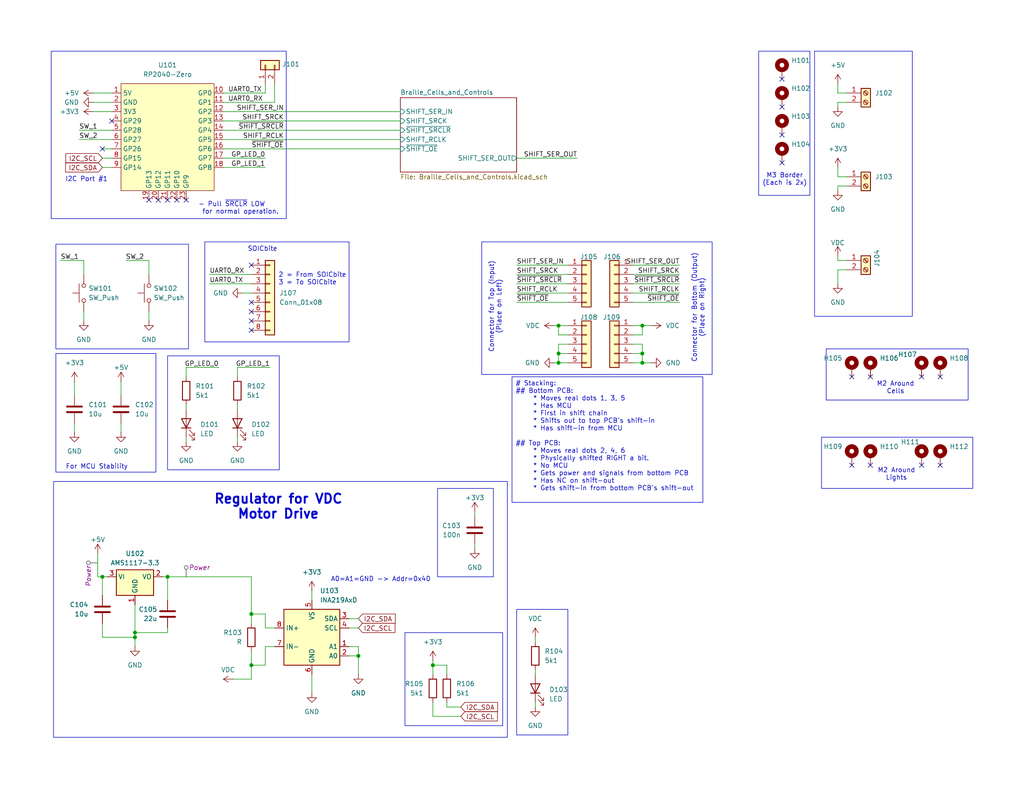
<source format=kicad_sch>
(kicad_sch (version 20250114) (generator "eeschema") (generator_version "9.0")
  (paper "USLetter")
  (title_block (date "2025-02-08") (rev "Type 5 Rev 3"))
  (lib_symbols
    (symbol "00-project-symbols:RP2040-Zero"
      (property "Reference" "U1" (at 0 12.7 0))
      (property "Value" "RP2040-Zero" (at 0 10.16 0))
      (symbol "RP2040-Zero_0_1"
        (rectangle (start -12.7 7.62) (end 12.7 -21.59) (fill (type background)))
      )
      (symbol "RP2040-Zero_1_1"
        (pin power_in line (at -15.24 5.08 0) (length 2.54) (name "5V") (number "1"))
        (pin power_in line (at -15.24 2.54 0) (length 2.54) (name "GND") (number "2"))
        (pin power_in line (at -15.24 0 0) (length 2.54) (name "3V3") (number "3"))
        (pin bidirectional line (at -15.24 -2.54 0) (length 2.54) (name "GP29") (number "4"))
        (pin bidirectional line (at -15.24 -5.08 0) (length 2.54) (name "GP28") (number "5"))
        (pin bidirectional line (at -15.24 -7.62 0) (length 2.54) (name "GP27") (number "6"))
        (pin bidirectional line (at -15.24 -10.16 0) (length 2.54) (name "GP26") (number "7"))
        (pin bidirectional line (at -15.24 -12.7 0) (length 2.54) (name "GP15") (number "8"))
        (pin bidirectional line (at -15.24 -15.24 0) (length 2.54) (name "GP14") (number "9"))
        (pin bidirectional line (at -5.08 -24.13 90) (length 2.54) (name "GP13") (number "19"))
        (pin bidirectional line (at -2.54 -24.13 90) (length 2.54) (name "GP12") (number "20"))
        (pin bidirectional line (at 0 -24.13 90) (length 2.54) (name "GP11") (number "21"))
        (pin bidirectional line (at 2.54 -24.13 90) (length 2.54) (name "GP10") (number "22"))
        (pin bidirectional line (at 5.08 -24.13 90) (length 2.54) (name "GP9") (number "23"))
        (pin bidirectional line (at 15.24 5.08 180) (length 2.54) (name "GP0") (number "10"))
        (pin bidirectional line (at 15.24 2.54 180) (length 2.54) (name "GP1") (number "11"))
        (pin bidirectional line (at 15.24 0 180) (length 2.54) (name "GP2") (number "12"))
        (pin bidirectional line (at 15.24 -2.54 180) (length 2.54) (name "GP3") (number "13"))
        (pin bidirectional line (at 15.24 -5.08 180) (length 2.54) (name "GP4") (number "14"))
        (pin bidirectional line (at 15.24 -7.62 180) (length 2.54) (name "GP5") (number "15"))
        (pin bidirectional line (at 15.24 -10.16 180) (length 2.54) (name "GP6") (number "16"))
        (pin bidirectional line (at 15.24 -12.7 180) (length 2.54) (name "GP7") (number "17"))
        (pin bidirectional line (at 15.24 -15.24 180) (length 2.54) (name "GP8") (number "18"))
      )
    )
    (symbol "Connector:Screw_Terminal_01x02" (pin_names (offset 1.016) (hide yes))
      (property "Reference" "J" (at 0 2.54 0))
      (property "Value" "Screw_Terminal_01x02" (at 0 -5.08 0))
      (symbol "Screw_Terminal_01x02_1_1"
        (rectangle (start -1.27 1.27) (end 1.27 -3.81) (stroke (width 0.254)) (fill (type background)))
        (polyline (pts (xy -0.5334 0.3302) (xy 0.3302 -0.508)) (stroke (width 0.1524)))
        (polyline (pts (xy -0.5334 -2.2098) (xy 0.3302 -3.048)) (stroke (width 0.1524)))
        (polyline (pts (xy -0.3556 0.508) (xy 0.508 -0.3302)) (stroke (width 0.1524)))
        (polyline (pts (xy -0.3556 -2.032) (xy 0.508 -2.8702)) (stroke (width 0.1524)))
        (circle (center 0 0) (radius 0.635) (stroke (width 0.1524)))
        (circle (center 0 -2.54) (radius 0.635) (stroke (width 0.1524)))
        (pin passive line (at -5.08 0 0) (length 3.81) (name "Pin_1") (number "1"))
        (pin passive line (at -5.08 -2.54 0) (length 3.81) (name "Pin_2") (number "2"))
      )
    )
    (symbol "Connector_Generic:Conn_01x02" (pin_names (offset 1.016) (hide yes))
      (property "Reference" "J" (at 0 2.54 0))
      (property "Value" "Conn_01x02" (at 0 -5.08 0))
      (symbol "Conn_01x02_1_1"
        (rectangle (start -1.27 1.27) (end 1.27 -3.81) (stroke (width 0.254)) (fill (type background)))
        (rectangle (start -1.27 0.127) (end 0 -0.127) (stroke (width 0.1524)))
        (rectangle (start -1.27 -2.413) (end 0 -2.667) (stroke (width 0.1524)))
        (pin passive line (at -5.08 0 0) (length 3.81) (name "Pin_1") (number "1"))
        (pin passive line (at -5.08 -2.54 0) (length 3.81) (name "Pin_2") (number "2"))
      )
    )
    (symbol "Connector_Generic:Conn_01x05" (pin_names (offset 1.016) (hide yes))
      (property "Reference" "J" (at 0 7.62 0))
      (property "Value" "Conn_01x05" (at 0 -7.62 0))
      (symbol "Conn_01x05_1_1"
        (rectangle (start -1.27 6.35) (end 1.27 -6.35) (stroke (width 0.254)) (fill (type background)))
        (rectangle (start -1.27 5.207) (end 0 4.953) (stroke (width 0.1524)))
        (rectangle (start -1.27 2.667) (end 0 2.413) (stroke (width 0.1524)))
        (rectangle (start -1.27 0.127) (end 0 -0.127) (stroke (width 0.1524)))
        (rectangle (start -1.27 -2.413) (end 0 -2.667) (stroke (width 0.1524)))
        (rectangle (start -1.27 -4.953) (end 0 -5.207) (stroke (width 0.1524)))
        (pin passive line (at -5.08 5.08 0) (length 3.81) (name "Pin_1") (number "1"))
        (pin passive line (at -5.08 2.54 0) (length 3.81) (name "Pin_2") (number "2"))
        (pin passive line (at -5.08 0 0) (length 3.81) (name "Pin_3") (number "3"))
        (pin passive line (at -5.08 -2.54 0) (length 3.81) (name "Pin_4") (number "4"))
        (pin passive line (at -5.08 -5.08 0) (length 3.81) (name "Pin_5") (number "5"))
      )
    )
    (symbol "Connector_Generic:Conn_01x08" (pin_names (offset 1.016) (hide yes))
      (property "Reference" "J" (at 0 10.16 0))
      (property "Value" "Conn_01x08" (at 0 -12.7 0))
      (symbol "Conn_01x08_1_1"
        (rectangle (start -1.27 8.89) (end 1.27 -11.43) (stroke (width 0.254)) (fill (type background)))
        (rectangle (start -1.27 7.747) (end 0 7.493) (stroke (width 0.1524)))
        (rectangle (start -1.27 5.207) (end 0 4.953) (stroke (width 0.1524)))
        (rectangle (start -1.27 2.667) (end 0 2.413) (stroke (width 0.1524)))
        (rectangle (start -1.27 0.127) (end 0 -0.127) (stroke (width 0.1524)))
        (rectangle (start -1.27 -2.413) (end 0 -2.667) (stroke (width 0.1524)))
        (rectangle (start -1.27 -4.953) (end 0 -5.207) (stroke (width 0.1524)))
        (rectangle (start -1.27 -7.493) (end 0 -7.747) (stroke (width 0.1524)))
        (rectangle (start -1.27 -10.033) (end 0 -10.287) (stroke (width 0.1524)))
        (pin passive line (at -5.08 7.62 0) (length 3.81) (name "Pin_1") (number "1"))
        (pin passive line (at -5.08 5.08 0) (length 3.81) (name "Pin_2") (number "2"))
        (pin passive line (at -5.08 2.54 0) (length 3.81) (name "Pin_3") (number "3"))
        (pin passive line (at -5.08 0 0) (length 3.81) (name "Pin_4") (number "4"))
        (pin passive line (at -5.08 -2.54 0) (length 3.81) (name "Pin_5") (number "5"))
        (pin passive line (at -5.08 -5.08 0) (length 3.81) (name "Pin_6") (number "6"))
        (pin passive line (at -5.08 -7.62 0) (length 3.81) (name "Pin_7") (number "7"))
        (pin passive line (at -5.08 -10.16 0) (length 3.81) (name "Pin_8") (number "8"))
      )
    )
    (symbol "Device:C" (pin_numbers (hide yes)) (pin_names (offset 0.254))
      (property "Reference" "C" (at 0.635 2.54 0))
      (property "Value" "C" (at 0.635 -2.54 0))
      (symbol "C_0_1"
        (polyline (pts (xy -2.032 0.762) (xy 2.032 0.762)) (stroke (width 0.508)))
        (polyline (pts (xy -2.032 -0.762) (xy 2.032 -0.762)) (stroke (width 0.508)))
      )
      (symbol "C_1_1"
        (pin passive line (at 0 3.81 270) (length 2.794) (name "~") (number "1"))
        (pin passive line (at 0 -3.81 90) (length 2.794) (name "~") (number "2"))
      )
    )
    (symbol "Device:LED" (pin_numbers (hide yes)) (pin_names (offset 1.016) (hide yes))
      (property "Reference" "D" (at 0 2.54 0))
      (property "Value" "LED" (at 0 -2.54 0))
      (symbol "LED_0_1"
        (polyline (pts (xy -3.048 -0.762) (xy -4.572 -2.286) (xy -3.81 -2.286) (xy -4.572 -2.286) (xy -4.572 -1.524)))
        (polyline (pts (xy -1.778 -0.762) (xy -3.302 -2.286) (xy -2.54 -2.286) (xy -3.302 -2.286) (xy -3.302 -1.524)))
        (polyline (pts (xy -1.27 0) (xy 1.27 0)))
        (polyline (pts (xy -1.27 -1.27) (xy -1.27 1.27)) (stroke (width 0.254)))
        (polyline (pts (xy 1.27 -1.27) (xy 1.27 1.27) (xy -1.27 0) (xy 1.27 -1.27)) (stroke (width 0.254)))
      )
      (symbol "LED_1_1"
        (pin passive line (at -3.81 0 0) (length 2.54) (name "K") (number "1"))
        (pin passive line (at 3.81 0 180) (length 2.54) (name "A") (number "2"))
      )
    )
    (symbol "Device:R" (pin_numbers (hide yes)) (pin_names (offset 0))
      (property "Reference" "R" (at 2.032 0 90))
      (property "Value" "R" (at 0 0 90))
      (symbol "R_0_1"
        (rectangle (start -1.016 -2.54) (end 1.016 2.54) (stroke (width 0.254)))
      )
      (symbol "R_1_1"
        (pin passive line (at 0 3.81 270) (length 1.27) (name "~") (number "1"))
        (pin passive line (at 0 -3.81 90) (length 1.27) (name "~") (number "2"))
      )
    )
    (symbol "Mechanical:MountingHole_Pad" (pin_numbers (hide yes)) (pin_names (offset 1.016) (hide yes)) (exclude_from_sim yes) (in_bom no)
      (property "Reference" "H" (at 0 6.35 0))
      (property "Value" "MountingHole_Pad" (at 0 4.445 0))
      (symbol "MountingHole_Pad_0_1"
        (circle (center 0 1.27) (radius 1.27) (stroke (width 1.27)))
      )
      (symbol "MountingHole_Pad_1_1"
        (pin input line (at 0 -2.54 90) (length 2.54) (name "1") (number "1"))
      )
    )
    (symbol "Regulator_Linear:AMS1117-3.3"
      (property "Reference" "U" (at -3.81 3.175 0))
      (property "Value" "AMS1117-3.3" (at 0 3.175 0))
      (symbol "AMS1117-3.3_0_1"
        (rectangle (start -5.08 -5.08) (end 5.08 1.905) (stroke (width 0.254)) (fill (type background)))
      )
      (symbol "AMS1117-3.3_1_1"
        (pin power_in line (at -7.62 0 0) (length 2.54) (name "VI") (number "3"))
        (pin power_in line (at 0 -7.62 90) (length 2.54) (name "GND") (number "1"))
        (pin power_out line (at 7.62 0 180) (length 2.54) (name "VO") (number "2"))
      )
    )
    (symbol "Sensor_Energy:INA219AxD"
      (property "Reference" "U" (at -6.35 8.89 0))
      (property "Value" "INA219AxD" (at 5.08 8.89 0))
      (symbol "INA219AxD_0_1"
        (rectangle (start -7.62 7.62) (end 7.62 -7.62) (stroke (width 0.254)) (fill (type background)))
      )
      (symbol "INA219AxD_1_1"
        (pin input line (at -10.16 2.54 0) (length 2.54) (name "IN+") (number "8"))
        (pin input line (at -10.16 -2.54 0) (length 2.54) (name "IN-") (number "7"))
        (pin power_in line (at 0 10.16 270) (length 2.54) (name "VS") (number "5"))
        (pin power_in line (at 0 -10.16 90) (length 2.54) (name "GND") (number "6"))
        (pin bidirectional line (at 10.16 5.08 180) (length 2.54) (name "SDA") (number "3"))
        (pin input line (at 10.16 2.54 180) (length 2.54) (name "SCL") (number "4"))
        (pin input line (at 10.16 -2.54 180) (length 2.54) (name "A1") (number "1"))
        (pin input line (at 10.16 -5.08 180) (length 2.54) (name "A0") (number "2"))
      )
    )
    (symbol "Switch:SW_Push" (pin_numbers (hide yes)) (pin_names (offset 1.016) (hide yes))
      (property "Reference" "SW" (at 1.27 2.54 0))
      (property "Value" "SW_Push" (at 0 -1.524 0))
      (symbol "SW_Push_0_1"
        (circle (center -2.032 0) (radius 0.508))
        (polyline (pts (xy 0 1.27) (xy 0 3.048)))
        (circle (center 2.032 0) (radius 0.508))
        (polyline (pts (xy 2.54 1.27) (xy -2.54 1.27)))
        (pin passive line (at -5.08 0 0) (length 2.54) (name "1") (number "1"))
        (pin passive line (at 5.08 0 180) (length 2.54) (name "2") (number "2"))
      )
    )
    (symbol "power:+3V3" (power) (pin_numbers (hide yes)) (pin_names (offset 0) (hide yes))
      (property "Value" "+3V3" (at 0 3.556 0))
      (symbol "+3V3_0_1"
        (polyline (pts (xy -0.762 1.27) (xy 0 2.54)))
        (polyline (pts (xy 0 2.54) (xy 0.762 1.27)))
        (polyline (pts (xy 0 0) (xy 0 2.54)))
      )
      (symbol "+3V3_1_1"
        (pin power_in line (at 0 0 90) (length 0) (name "~") (number "1"))
      )
    )
    (symbol "power:+5V" (power) (pin_numbers (hide yes)) (pin_names (offset 0) (hide yes))
      (property "Value" "+5V" (at 0 3.556 0))
      (symbol "+5V_0_1"
        (polyline (pts (xy -0.762 1.27) (xy 0 2.54)))
        (polyline (pts (xy 0 2.54) (xy 0.762 1.27)))
        (polyline (pts (xy 0 0) (xy 0 2.54)))
      )
      (symbol "+5V_1_1"
        (pin power_in line (at 0 0 90) (length 0) (name "~") (number "1"))
      )
    )
    (symbol "power:GND" (power) (pin_numbers (hide yes)) (pin_names (offset 0) (hide yes))
      (property "Value" "GND" (at 0 -3.81 0))
      (symbol "GND_0_1"
        (polyline (pts (xy 0 0) (xy 0 -1.27) (xy 1.27 -1.27) (xy 0 -2.54) (xy -1.27 -1.27) (xy 0 -1.27)))
      )
      (symbol "GND_1_1"
        (pin power_in line (at 0 0 270) (length 0) (name "~") (number "1"))
      )
    )
    (symbol "power:VDC" (power) (pin_numbers (hide yes)) (pin_names (offset 0) (hide yes))
      (property "Value" "VDC" (at 0 3.556 0))
      (symbol "VDC_0_1"
        (polyline (pts (xy -0.762 1.27) (xy 0 2.54)))
        (polyline (pts (xy 0 2.54) (xy 0.762 1.27)))
        (polyline (pts (xy 0 0) (xy 0 2.54)))
      )
      (symbol "VDC_1_1"
        (pin power_in line (at 0 0 90) (length 0) (name "~") (number "1"))
      )
    )
  )
  (rectangle (start 55.88 66.04) (end 95.25 93.345))
  (rectangle (start 110.49 172.72) (end 137.16 198.12))
  (rectangle (start 225.425 95.25) (end 264.16 109.22))
  (rectangle (start 140.97 166.37) (end 154.94 200.66))
  (rectangle (start 222.25 13.97) (end 248.92 86.36))
  (rectangle (start 15.24 96.52) (end 42.545 128.905))
  (rectangle (start 14.605 131.445) (end 138.43 201.295))
  (rectangle (start 207.01 13.97) (end 220.98 53.34))
  (rectangle (start 119.38 133.35) (end 134.62 157.48))
  (rectangle (start 13.97 13.97) (end 78.105 59.69))
  (rectangle (start 15.24 66.675) (end 51.435 95.25))
  (rectangle (start 224.155 119.38) (end 265.43 133.35))
  (rectangle (start 45.72 97.155) (end 76.2 128.27))
  (rectangle (start 131.445 66.04) (end 194.31 102.235))
  (text "SOICbite" (at 71.628 68.072 0) (effects (font (size 1.27 1.27))))
  (text "2 = From SOICbite\n3 = To SOICbite" (at 75.946 76.2 0) (effects (font (size 1.27 1.27)) (justify left)))
  (text "M2 Around\nCells" (at 244.348 105.918 0) (effects (font (size 1.27 1.27))))
  (text "For MCU Stability" (at 26.416 127.508 0) (effects (font (size 1.27 1.27))))
  (text "A0=A1=GND -> Addr=0x40" (at 103.886 158.242 0) (effects (font (size 1.27 1.27))))
  (text "I2C Port #1" (at 23.622 49.022 0) (effects (font (size 1.27 1.27))))
  (text "- Pull ~{SRCLR} LOW\n	for normal operation." (at 63.246 56.896 0) (effects (font (size 1.27 1.27))))
  (text "M3 Border\n(Each is 2x)" (at 214.122 49.022 0) (effects (font (size 1.27 1.27))))
  (text "M2 Around\nLights" (at 244.602 129.54 0) (effects (font (size 1.27 1.27))))
  (text "Connector for Top (Input)\n(Place on Left)" (at 135.128 83.82 90) (effects (font (size 1.27 1.27))))
  (text "Connector for Bottom (Output)\n(Place on Right)" (at 190.5 84.074 90) (effects (font (size 1.27 1.27))))
  (text "Regulator for VDC\nMotor Drive" (at 75.946 138.43 0) (effects (font (size 2.54 2.54) (thickness 0.508) (bold yes))))
  (text_box "# Stacking:\n## Bottom PCB:\n	* Moves real dots 1, 3, 5\n	* Has MCU\n	* First in shift chain\n	* Shifts out to top PCB's shift-in\n	* Has shift-in from MCU\n\n## Top PCB:\n	* Moves real dots 2, 4, 6\n	* Physically shifted RIGHT a bit.\n	* No MCU\n	* Gets power and signals from bottom PCB\n	* Has NC on shift-out\n	* Gets shift-in from bottom PCB's shift-out" (at 139.7 102.87 0) (size 52.07 34.29) (margins 0.9525 0.9525 0.9525 0.9525) (effects (font (size 1.27 1.27)) (justify left top)))
  (junction (at 68.58 167.64))
  (junction (at 36.83 173.99))
  (junction (at 36.83 172.72))
  (junction (at 175.26 88.9))
  (junction (at 175.26 96.52))
  (junction (at 175.26 99.06))
  (junction (at 68.58 181.61))
  (junction (at 152.4 88.9))
  (junction (at 97.79 179.07))
  (junction (at 27.94 157.48))
  (junction (at 118.11 181.61))
  (junction (at 152.4 99.06))
  (junction (at 152.4 96.52))
  (junction (at 45.72 157.48))
  (no_connect (at 213.36 29.21))
  (no_connect (at 213.36 21.59))
  (no_connect (at 68.58 82.55))
  (no_connect (at 48.26 54.61))
  (no_connect (at 68.58 72.39))
  (no_connect (at 43.18 54.61))
  (no_connect (at 237.49 102.87))
  (no_connect (at 45.72 54.61))
  (no_connect (at 256.54 102.87))
  (no_connect (at 256.54 127))
  (no_connect (at 30.48 33.02))
  (no_connect (at 68.58 90.17))
  (no_connect (at 213.36 36.83))
  (no_connect (at 50.8 54.61))
  (no_connect (at 232.41 102.87))
  (no_connect (at 213.36 44.45))
  (no_connect (at 68.58 87.63))
  (no_connect (at 232.41 127))
  (no_connect (at 251.46 102.87))
  (no_connect (at 251.46 127))
  (no_connect (at 237.49 127))
  (no_connect (at 27.94 40.64))
  (no_connect (at 40.64 54.61))
  (no_connect (at 68.58 85.09))
  (wire (pts (xy 185.42 80.01) (xy 172.72 80.01)))
  (wire (pts (xy 57.15 77.47) (xy 68.58 77.47)))
  (wire (pts (xy 129.54 148.59) (xy 129.54 149.86)))
  (wire (pts (xy 95.25 168.91) (xy 97.79 168.91)))
  (wire (pts (xy 73.66 100.33) (xy 64.77 100.33)))
  (wire (pts (xy 228.6 48.26) (xy 231.14 48.26)))
  (wire (pts (xy 72.39 171.45) (xy 74.93 171.45)))
  (wire (pts (xy 129.54 139.7) (xy 129.54 140.97)))
  (wire (pts (xy 228.6 45.72) (xy 228.6 48.26)))
  (wire (pts (xy 27.94 170.18) (xy 27.94 173.99)))
  (wire (pts (xy 27.94 173.99) (xy 36.83 173.99)))
  (wire (pts (xy 172.72 99.06) (xy 175.26 99.06)))
  (wire (pts (xy 140.97 80.01) (xy 154.94 80.01)))
  (wire (pts (xy 63.5 185.42) (xy 68.58 185.42)))
  (wire (pts (xy 60.96 35.56) (xy 109.22 35.56)))
  (wire (pts (xy 64.77 119.38) (xy 64.77 120.65)))
  (wire (pts (xy 60.96 38.1) (xy 109.22 38.1)))
  (wire (pts (xy 228.6 25.4) (xy 231.14 25.4)))
  (wire (pts (xy 36.83 172.72) (xy 45.72 172.72)))
  (wire (pts (xy 74.93 27.94) (xy 74.93 22.86)))
  (wire (pts (xy 72.39 181.61) (xy 68.58 181.61)))
  (wire (pts (xy 85.09 184.15) (xy 85.09 189.23)))
  (wire (pts (xy 72.39 176.53) (xy 72.39 181.61)))
  (wire (pts (xy 22.86 87.63) (xy 22.86 85.09)))
  (wire (pts (xy 228.6 77.47) (xy 228.6 73.66)))
  (wire (pts (xy 20.32 104.14) (xy 20.32 107.95)))
  (wire (pts (xy 64.77 100.33) (xy 64.77 102.87)))
  (wire (pts (xy 60.96 43.18) (xy 72.39 43.18)))
  (wire (pts (xy 97.79 179.07) (xy 97.79 184.15)))
  (wire (pts (xy 36.83 173.99) (xy 36.83 176.53)))
  (wire (pts (xy 97.79 176.53) (xy 97.79 179.07)))
  (wire (pts (xy 22.86 71.12) (xy 22.86 74.93)))
  (wire (pts (xy 95.25 171.45) (xy 97.79 171.45)))
  (wire (pts (xy 172.72 96.52) (xy 175.26 96.52)))
  (wire (pts (xy 118.11 181.61) (xy 118.11 184.15)))
  (wire (pts (xy 121.92 181.61) (xy 121.92 184.15)))
  (wire (pts (xy 45.72 157.48) (xy 68.58 157.48)))
  (wire (pts (xy 68.58 170.18) (xy 68.58 167.64)))
  (wire (pts (xy 60.96 45.72) (xy 72.39 45.72)))
  (wire (pts (xy 118.11 181.61) (xy 121.92 181.61)))
  (wire (pts (xy 172.72 88.9) (xy 175.26 88.9)))
  (wire (pts (xy 185.42 74.93) (xy 172.72 74.93)))
  (wire (pts (xy 140.97 82.55) (xy 154.94 82.55)))
  (wire (pts (xy 64.77 111.76) (xy 64.77 110.49)))
  (wire (pts (xy 146.05 191.77) (xy 146.05 193.04)))
  (wire (pts (xy 21.59 38.1) (xy 30.48 38.1)))
  (wire (pts (xy 175.26 88.9) (xy 177.8 88.9)))
  (wire (pts (xy 228.6 22.86) (xy 228.6 25.4)))
  (wire (pts (xy 59.69 100.33) (xy 50.8 100.33)))
  (wire (pts (xy 68.58 185.42) (xy 68.58 181.61)))
  (wire (pts (xy 36.83 165.1) (xy 36.83 172.72)))
  (wire (pts (xy 74.93 176.53) (xy 72.39 176.53)))
  (wire (pts (xy 60.96 40.64) (xy 109.22 40.64)))
  (wire (pts (xy 95.25 179.07) (xy 97.79 179.07)))
  (wire (pts (xy 140.97 77.47) (xy 154.94 77.47)))
  (wire (pts (xy 172.72 91.44) (xy 175.26 91.44)))
  (wire (pts (xy 152.4 99.06) (xy 154.94 99.06)))
  (wire (pts (xy 118.11 181.61) (xy 118.11 180.34)))
  (wire (pts (xy 152.4 88.9) (xy 154.94 88.9)))
  (wire (pts (xy 25.4 27.94) (xy 30.48 27.94)))
  (wire (pts (xy 50.8 119.38) (xy 50.8 120.65)))
  (wire (pts (xy 26.67 157.48) (xy 27.94 157.48)))
  (wire (pts (xy 68.58 167.64) (xy 72.39 167.64)))
  (wire (pts (xy 27.94 157.48) (xy 27.94 162.56)))
  (wire (pts (xy 152.4 88.9) (xy 151.13 88.9)))
  (wire (pts (xy 68.58 181.61) (xy 68.58 177.8)))
  (wire (pts (xy 95.25 176.53) (xy 97.79 176.53)))
  (wire (pts (xy 172.72 93.98) (xy 175.26 93.98)))
  (wire (pts (xy 175.26 91.44) (xy 175.26 88.9)))
  (wire (pts (xy 177.8 99.06) (xy 175.26 99.06)))
  (wire (pts (xy 21.59 35.56) (xy 30.48 35.56)))
  (wire (pts (xy 72.39 167.64) (xy 72.39 171.45)))
  (wire (pts (xy 66.04 80.01) (xy 68.58 80.01)))
  (wire (pts (xy 146.05 175.26) (xy 146.05 173.99)))
  (wire (pts (xy 85.09 161.29) (xy 85.09 163.83)))
  (wire (pts (xy 60.96 27.94) (xy 74.93 27.94)))
  (wire (pts (xy 60.96 25.4) (xy 72.39 25.4)))
  (wire (pts (xy 228.6 50.8) (xy 231.14 50.8)))
  (wire (pts (xy 72.39 25.4) (xy 72.39 22.86)))
  (wire (pts (xy 27.94 45.72) (xy 30.48 45.72)))
  (wire (pts (xy 228.6 52.07) (xy 228.6 50.8)))
  (wire (pts (xy 140.97 74.93) (xy 154.94 74.93)))
  (wire (pts (xy 121.92 191.77) (xy 121.92 193.04)))
  (wire (pts (xy 44.45 157.48) (xy 45.72 157.48)))
  (wire (pts (xy 185.42 72.39) (xy 172.72 72.39)))
  (wire (pts (xy 33.02 115.57) (xy 33.02 118.11)))
  (wire (pts (xy 34.29 71.12) (xy 40.64 71.12)))
  (wire (pts (xy 27.94 43.18) (xy 30.48 43.18)))
  (wire (pts (xy 152.4 91.44) (xy 152.4 88.9)))
  (wire (pts (xy 60.96 33.02) (xy 109.22 33.02)))
  (wire (pts (xy 40.64 87.63) (xy 40.64 85.09)))
  (wire (pts (xy 140.97 72.39) (xy 154.94 72.39)))
  (wire (pts (xy 40.64 71.12) (xy 40.64 74.93)))
  (wire (pts (xy 36.83 172.72) (xy 36.83 173.99)))
  (wire (pts (xy 152.4 96.52) (xy 154.94 96.52)))
  (wire (pts (xy 45.72 171.45) (xy 45.72 172.72)))
  (wire (pts (xy 20.32 115.57) (xy 20.32 118.11)))
  (wire (pts (xy 26.67 151.13) (xy 26.67 157.48)))
  (wire (pts (xy 25.4 30.48) (xy 30.48 30.48)))
  (wire (pts (xy 121.92 193.04) (xy 125.73 193.04)))
  (wire (pts (xy 16.51 71.12) (xy 22.86 71.12)))
  (wire (pts (xy 50.8 100.33) (xy 50.8 102.87)))
  (wire (pts (xy 45.72 157.48) (xy 45.72 163.83)))
  (wire (pts (xy 146.05 184.15) (xy 146.05 182.88)))
  (wire (pts (xy 228.6 71.12) (xy 231.14 71.12)))
  (wire (pts (xy 140.97 43.18) (xy 157.48 43.18)))
  (wire (pts (xy 50.8 111.76) (xy 50.8 110.49)))
  (wire (pts (xy 27.94 40.64) (xy 30.48 40.64)))
  (wire (pts (xy 175.26 93.98) (xy 175.26 96.52)))
  (wire (pts (xy 175.26 96.52) (xy 175.26 99.06)))
  (wire (pts (xy 33.02 104.14) (xy 33.02 107.95)))
  (wire (pts (xy 118.11 195.58) (xy 118.11 191.77)))
  (wire (pts (xy 185.42 77.47) (xy 172.72 77.47)))
  (wire (pts (xy 125.73 195.58) (xy 118.11 195.58)))
  (wire (pts (xy 152.4 93.98) (xy 152.4 96.52)))
  (wire (pts (xy 68.58 157.48) (xy 68.58 167.64)))
  (wire (pts (xy 228.6 27.94) (xy 231.14 27.94)))
  (wire (pts (xy 228.6 29.21) (xy 228.6 27.94)))
  (wire (pts (xy 60.96 30.48) (xy 109.22 30.48)))
  (wire (pts (xy 25.4 25.4) (xy 30.48 25.4)))
  (wire (pts (xy 185.42 82.55) (xy 172.72 82.55)))
  (wire (pts (xy 154.94 93.98) (xy 152.4 93.98)))
  (wire (pts (xy 151.13 99.06) (xy 152.4 99.06)))
  (wire (pts (xy 228.6 69.85) (xy 228.6 71.12)))
  (wire (pts (xy 154.94 91.44) (xy 152.4 91.44)))
  (wire (pts (xy 57.15 74.93) (xy 68.58 74.93)))
  (wire (pts (xy 27.94 157.48) (xy 29.21 157.48)))
  (wire (pts (xy 228.6 73.66) (xy 231.14 73.66)))
  (wire (pts (xy 152.4 96.52) (xy 152.4 99.06)))
  (label "~{SHIFT_OE}" (at 77.47 40.64 180))
  (label "UART0_RX" (at 62.23 27.94 0))
  (label "~{SHIFT_SRCLR}" (at 185.42 77.47 180))
  (label "UART0_RX" (at 57.15 74.93 0))
  (label "UART0_TX" (at 62.23 25.4 0))
  (label "GP_LED_0" (at 59.69 100.33 180))
  (label "SHIFT_RCLK" (at 77.47 38.1 180))
  (label "SW_2" (at 34.29 71.12 0))
  (label "GP_LED_0" (at 72.39 43.18 180))
  (label "~{SHIFT_SRCLR}" (at 77.47 35.56 180))
  (label "~{SHIFT_OE}" (at 185.42 82.55 180))
  (label "SHIFT_SER_OUT" (at 185.42 72.39 180))
  (label "SW_1" (at 21.59 35.56 0))
  (label "~{SHIFT_OE}" (at 140.97 82.55 0))
  (label "SHIFT_RCLK" (at 140.97 80.01 0))
  (label "SHIFT_SER_OUT" (at 157.48 43.18 180))
  (label "SHIFT_SER_IN" (at 77.47 30.48 180))
  (label "SHIFT_SRCK" (at 77.47 33.02 180))
  (label "SHIFT_SER_IN" (at 140.97 72.39 0))
  (label "~{SHIFT_SRCLR}" (at 140.97 77.47 0))
  (label "SW_2" (at 21.59 38.1 0))
  (label "SHIFT_RCLK" (at 185.42 80.01 180))
  (label "SHIFT_SRCK" (at 185.42 74.93 180))
  (label "GP_LED_1" (at 73.66 100.33 180))
  (label "GP_LED_1" (at 72.39 45.72 180))
  (label "SHIFT_SRCK" (at 140.97 74.93 0))
  (label "SW_1" (at 16.51 71.12 0))
  (label "UART0_TX" (at 57.15 77.47 0))
  (global_label "I2C_SDA" (shape input) (at 97.79 168.91 0) (property "Intersheetrefs" "${INTERSHEET_REFS}" (effects (hide yes))))
  (global_label "I2C_SDA" (shape input) (at 27.94 45.72 180) (property "Intersheetrefs" "${INTERSHEET_REFS}" (effects (hide yes))))
  (global_label "I2C_SCL" (shape input) (at 125.73 195.58 0) (property "Intersheetrefs" "${INTERSHEET_REFS}" (effects (hide yes))))
  (global_label "I2C_SCL" (shape input) (at 27.94 43.18 180) (property "Intersheetrefs" "${INTERSHEET_REFS}" (effects (hide yes))))
  (global_label "I2C_SCL" (shape input) (at 97.79 171.45 0) (property "Intersheetrefs" "${INTERSHEET_REFS}" (effects (hide yes))))
  (global_label "I2C_SDA" (shape input) (at 125.73 193.04 0) (property "Intersheetrefs" "${INTERSHEET_REFS}" (effects (hide yes))))
  (netclass_flag "" (length 2.54) (shape round) (at 50.8 157.48 0) (property "Netclass" "Power" (at 51.4985 154.94 0) (effects (font (italic yes)) (justify left))))
  (netclass_flag "" (length 2.54) (shape round) (at 26.67 153.67 90) (property "Netclass" "Power" (at 24.13 154.3685 90) (effects (font (italic yes)) (justify right))))
  (symbol (lib_id "Device:LED") (at 50.8 115.57 90) (unit 1)
    (property "Reference" "D101" (at 54.61 115.8874 90) (effects (justify right)))
    (property "Value" "LED" (at 54.61 118.4274 90) (effects (justify right)))
    (property "Footprint" "LED_SMD:LED_0603_1608Metric_Pad1.05x0.95mm_HandSolder" (effects (hide yes)))
    (property "Description" "Light emitting diode" (effects (hide yes)))
  )
  (symbol (lib_id "power:GND") (at 64.77 120.65 0) (unit 1)
    (property "Reference" "#PWR0122" (effects (hide yes)))
    (property "Value" "GND" (at 64.77 125.73 0))
    (property "Description" "Power symbol creates a global label with name \"GND\" , ground" (effects (hide yes)))
  )
  (symbol (lib_id "Connector_Generic:Conn_01x05") (at 160.02 93.98 0) (unit 1)
    (property "Reference" "J108" (at 158.242 86.614 0) (effects (justify left)))
    (property "Value" "Conn_01x05" (effects (hide yes)))
    (property "Footprint" "00-project-footprints:PinHeader_1x05_P2.54mm_Vertical_Tight_Centered" (effects (hide yes)))
    (property "Description" "Generic connector, single row, 01x05, script generated (kicad-library-utils/schlib/autogen/connector/)" (effects (hide yes)))
  )
  (symbol (lib_id "Device:R") (at 146.05 179.07 0) (unit 1)
    (property "Reference" "R104" (at 148.59 177.7999 0) (effects (justify left)))
    (property "Value" "5k1" (at 148.59 180.3399 0) (effects (justify left)))
    (property "Footprint" "Resistor_SMD:R_0603_1608Metric_Pad0.98x0.95mm_HandSolder" (effects (hide yes)))
    (property "Description" "Resistor" (effects (hide yes)))
  )
  (symbol (lib_id "Connector:Screw_Terminal_01x02") (at 236.22 48.26 0) (unit 1)
    (property "Reference" "J103" (at 238.76 48.2599 0) (effects (justify left)))
    (property "Value" "Screw_Terminal_01x02" (effects (hide yes)))
    (property "Footprint" "TerminalBlock:TerminalBlock_bornier-2_P5.08mm" (effects (hide yes)))
    (property "Description" "Generic screw terminal, single row, 01x02, script generated (kicad-library-utils/schlib/autogen/connector/)" (effects (hide yes)))
  )
  (symbol (lib_id "power:VDC") (at 151.13 88.9 90) (unit 1)
    (property "Reference" "#PWR0113" (effects (hide yes)))
    (property "Value" "VDC" (at 147.32 88.8999 90) (effects (justify left)))
    (property "Description" "Power symbol creates a global label with name \"VDC\"" (effects (hide yes)))
  )
  (symbol (lib_id "Connector_Generic:Conn_01x02") (at 72.39 17.78 90) (unit 1)
    (property "Reference" "J101" (at 76.962 17.526 90) (effects (justify right)))
    (property "Value" "Conn_01x02" (effects (hide yes)))
    (property "Footprint" "Connector_PinHeader_2.54mm:PinHeader_1x02_P2.54mm_Vertical" (effects (hide yes)))
    (property "Description" "Generic connector, single row, 01x02, script generated (kicad-library-utils/schlib/autogen/connector/)" (effects (hide yes)))
  )
  (symbol (lib_id "Connector_Generic:Conn_01x05") (at 167.64 77.47 0) (mirror y) (unit 1)
    (property "Reference" "J106" (at 169.418 70.104 0) (effects (justify left)))
    (property "Value" "Conn_01x05" (effects (hide yes)))
    (property "Footprint" "00-project-footprints:PinHeader_1x05_P2.54mm_Vertical_Tight_Centered" (effects (hide yes)))
    (property "Description" "Generic connector, single row, 01x05, script generated (kicad-library-utils/schlib/autogen/connector/)" (effects (hide yes)))
  )
  (symbol (lib_id "Device:C") (at 45.72 167.64 0) (mirror y) (unit 1)
    (property "Reference" "C105" (at 42.926 166.37 0) (effects (justify left)))
    (property "Value" "22u" (at 42.926 168.91 0) (effects (justify left)))
    (property "Footprint" "Capacitor_SMD:C_1206_3216Metric_Pad1.33x1.80mm_HandSolder" (effects (hide yes)))
    (property "Description" "Unpolarized capacitor" (effects (hide yes)))
  )
  (symbol (lib_id "Connector_Generic:Conn_01x05") (at 160.02 77.47 0) (unit 1)
    (property "Reference" "J105" (at 158.242 70.104 0) (effects (justify left)))
    (property "Value" "Conn_01x05" (effects (hide yes)))
    (property "Footprint" "00-project-footprints:PinHeader_1x05_P2.54mm_Vertical_Tight_Centered" (effects (hide yes)))
    (property "Description" "Generic connector, single row, 01x05, script generated (kicad-library-utils/schlib/autogen/connector/)" (effects (hide yes)))
  )
  (symbol (lib_id "Device:C") (at 27.94 166.37 0) (mirror y) (unit 1)
    (property "Reference" "C104" (at 24.13 165.0999 0) (effects (justify left)))
    (property "Value" "10u" (at 24.13 167.6399 0) (effects (justify left)))
    (property "Footprint" "Capacitor_SMD:C_1206_3216Metric_Pad1.33x1.80mm_HandSolder" (effects (hide yes)))
    (property "Description" "Unpolarized capacitor" (effects (hide yes)))
  )
  (symbol (lib_id "Device:R") (at 64.77 106.68 0) (unit 1)
    (property "Reference" "R102" (at 67.31 105.4099 0) (effects (justify left)))
    (property "Value" "5k1" (at 67.31 107.9499 0) (effects (justify left)))
    (property "Footprint" "Resistor_SMD:R_0603_1608Metric_Pad0.98x0.95mm_HandSolder" (effects (hide yes)))
    (property "Description" "Resistor" (effects (hide yes)))
  )
  (symbol (lib_id "Mechanical:MountingHole_Pad") (at 232.41 100.33 0) (mirror y) (unit 1) (exclude_from_sim yes) (in_bom no)
    (property "Reference" "H105" (at 229.87 97.7899 0) (effects (justify left)))
    (property "Value" "MountingHole_Pad" (effects (hide yes)))
    (property "Footprint" "00-project-footprints:Braille_Block_MountingHoles_M2_3x" (effects (hide yes)))
    (property "Description" "Mounting Hole with connection" (effects (hide yes)))
  )
  (symbol (lib_id "power:GND") (at 129.54 149.86 0) (mirror y) (unit 1)
    (property "Reference" "#PWR0124" (effects (hide yes)))
    (property "Value" "GND" (at 129.54 154.94 0))
    (property "Description" "Power symbol creates a global label with name \"GND\" , ground" (effects (hide yes)))
  )
  (symbol (lib_id "power:+5V") (at 33.02 104.14 0) (mirror y) (unit 1)
    (property "Reference" "#PWR0118" (effects (hide yes)))
    (property "Value" "+5V" (at 33.02 100.33 0))
    (property "Description" "Power symbol creates a global label with name \"+5V\"" (effects (hide yes)))
  )
  (symbol (lib_id "power:VDC") (at 146.05 173.99 0) (unit 1)
    (property "Reference" "#PWR0127" (effects (hide yes)))
    (property "Value" "VDC" (at 146.05 168.91 0))
    (property "Description" "Power symbol creates a global label with name \"VDC\"" (effects (hide yes)))
  )
  (symbol (lib_id "Device:LED") (at 64.77 115.57 90) (unit 1)
    (property "Reference" "D102" (at 68.58 115.8874 90) (effects (justify right)))
    (property "Value" "LED" (at 68.58 118.4274 90) (effects (justify right)))
    (property "Footprint" "LED_SMD:LED_0603_1608Metric_Pad1.05x0.95mm_HandSolder" (effects (hide yes)))
    (property "Description" "Light emitting diode" (effects (hide yes)))
  )
  (symbol (lib_id "Regulator_Linear:AMS1117-3.3") (at 36.83 157.48 0) (unit 1)
    (property "Reference" "U102" (at 36.83 151.13 0))
    (property "Value" "AMS1117-3.3" (at 36.83 153.67 0))
    (property "Footprint" "Package_TO_SOT_SMD:SOT-223-3_TabPin2" (effects (hide yes)))
    (property "Datasheet" "http://www.advanced-monolithic.com/pdf/ds1117.pdf" (effects (hide yes)))
    (property "Description" "1A Low Dropout regulator, positive, 3.3V fixed output, SOT-223" (effects (hide yes)))
  )
  (symbol (lib_id "power:VDC") (at 228.6 69.85 0) (unit 1)
    (property "Reference" "#PWR0108" (effects (hide yes)))
    (property "Value" "VDC" (at 228.6 66.294 0))
    (property "Description" "Power symbol creates a global label with name \"VDC\"" (effects (hide yes)))
  )
  (symbol (lib_id "Switch:SW_Push") (at 22.86 80.01 90) (unit 1)
    (property "Reference" "SW101" (at 24.13 78.7399 90) (effects (justify right)))
    (property "Value" "SW_Push" (at 24.13 81.2799 90) (effects (justify right)))
    (property "Footprint" "00-project-footprints:PushButtonSMD_2.93x3.9" (effects (hide yes)))
    (property "Description" "Push button switch, generic, two pins" (effects (hide yes)))
  )
  (symbol (lib_id "power:GND") (at 66.04 80.01 270) (unit 1)
    (property "Reference" "#PWR0110" (effects (hide yes)))
    (property "Value" "GND" (at 62.23 80.0099 90) (effects (justify right)))
    (property "Description" "Power symbol creates a global label with name \"GND\" , ground" (effects (hide yes)))
  )
  (symbol (lib_id "Mechanical:MountingHole_Pad") (at 256.54 100.33 0) (unit 1) (exclude_from_sim yes) (in_bom no)
    (property "Reference" "H108" (at 259.08 97.7899 0) (effects (justify left)))
    (property "Value" "MountingHole_Pad" (effects (hide yes)))
    (property "Footprint" "00-project-footprints:Braille_Block_MountingHoles_M2_3x" (effects (hide yes)))
    (property "Description" "Mounting Hole with connection" (effects (hide yes)))
  )
  (symbol (lib_id "Device:R") (at 68.58 173.99 0) (mirror y) (unit 1)
    (property "Reference" "R103" (at 66.04 172.7199 0) (effects (justify left)))
    (property "Value" "R" (at 66.04 175.2599 0) (effects (justify left)))
    (property "Footprint" "Resistor_SMD:R_1206_3216Metric_Pad1.30x1.75mm_HandSolder" (effects (hide yes)))
    (property "Description" "Resistor" (effects (hide yes)))
  )
  (symbol (lib_id "power:GND") (at 228.6 52.07 0) (unit 1)
    (property "Reference" "#PWR0107" (effects (hide yes)))
    (property "Value" "GND" (at 228.6 57.15 0))
    (property "Description" "Power symbol creates a global label with name \"GND\" , ground" (effects (hide yes)))
  )
  (symbol (lib_id "Sensor_Energy:INA219AxD") (at 85.09 173.99 0) (unit 1)
    (property "Reference" "U103" (at 87.2841 161.29 0) (effects (justify left)))
    (property "Value" "INA219AxD" (at 87.2841 163.83 0) (effects (justify left)))
    (property "Footprint" "Package_SO:SOIC-8_3.9x4.9mm_P1.27mm" (effects (hide yes)))
    (property "Datasheet" "http://www.ti.com/lit/ds/symlink/ina219.pdf" (effects (hide yes)))
    (property "Description" "Zero-Drift, Bidirectional Current/Power Monitor (0-26V) With I2C Interface, SOIC-8" (effects (hide yes)))
  )
  (symbol (lib_id "power:+5V") (at 228.6 22.86 0) (mirror y) (unit 1)
    (property "Reference" "#PWR0101" (effects (hide yes)))
    (property "Value" "+5V" (at 228.6 17.78 0))
    (property "Description" "Power symbol creates a global label with name \"+5V\"" (effects (hide yes)))
  )
  (symbol (lib_id "Connector_Generic:Conn_01x05") (at 167.64 93.98 0) (mirror y) (unit 1)
    (property "Reference" "J109" (at 169.291 86.614 0) (effects (justify left)))
    (property "Value" "Conn_01x05" (effects (hide yes)))
    (property "Footprint" "00-project-footprints:PinHeader_1x05_P2.54mm_Vertical_Tight_Centered" (effects (hide yes)))
    (property "Description" "Generic connector, single row, 01x05, script generated (kicad-library-utils/schlib/autogen/connector/)" (effects (hide yes)))
  )
  (symbol (lib_id "Device:R") (at 50.8 106.68 0) (unit 1)
    (property "Reference" "R101" (at 53.34 105.4099 0) (effects (justify left)))
    (property "Value" "5k1" (at 53.34 107.9499 0) (effects (justify left)))
    (property "Footprint" "Resistor_SMD:R_0603_1608Metric_Pad0.98x0.95mm_HandSolder" (effects (hide yes)))
    (property "Description" "Resistor" (effects (hide yes)))
  )
  (symbol (lib_id "power:GND") (at 85.09 189.23 0) (unit 1)
    (property "Reference" "#PWR0132" (effects (hide yes)))
    (property "Value" "GND" (at 85.09 194.31 0))
    (property "Description" "Power symbol creates a global label with name \"GND\" , ground" (effects (hide yes)))
  )
  (symbol (lib_id "Connector:Screw_Terminal_01x02") (at 236.22 71.12 0) (unit 1)
    (property "Reference" "J104" (at 239.268 72.898 90) (effects (justify left)))
    (property "Value" "Screw_Terminal_01x02" (effects (hide yes)))
    (property "Footprint" "TerminalBlock:TerminalBlock_bornier-2_P5.08mm" (effects (hide yes)))
    (property "Description" "Generic screw terminal, single row, 01x02, script generated (kicad-library-utils/schlib/autogen/connector/)" (effects (hide yes)))
  )
  (symbol (lib_id "Mechanical:MountingHole_Pad") (at 213.36 41.91 0) (unit 1) (exclude_from_sim yes) (in_bom no)
    (property "Reference" "H104" (at 215.9 39.3699 0) (effects (justify left)))
    (property "Value" "MountingHole_Pad" (effects (hide yes)))
    (property "Footprint" "00-project-footprints:MountingHole_M3_2x_3mm_Pitch" (effects (hide yes)))
    (property "Description" "Mounting Hole with connection" (effects (hide yes)))
  )
  (symbol (lib_id "Mechanical:MountingHole_Pad") (at 251.46 100.33 0) (mirror y) (unit 1) (exclude_from_sim yes) (in_bom no)
    (property "Reference" "H107" (at 250.19 96.774 0) (effects (justify left)))
    (property "Value" "MountingHole_Pad" (effects (hide yes)))
    (property "Footprint" "00-project-footprints:Braille_Block_MountingHoles_M2_3x" (effects (hide yes)))
    (property "Description" "Mounting Hole with connection" (effects (hide yes)))
  )
  (symbol (lib_id "Mechanical:MountingHole_Pad") (at 213.36 19.05 0) (unit 1) (exclude_from_sim yes) (in_bom no)
    (property "Reference" "H101" (at 215.9 16.5099 0) (effects (justify left)))
    (property "Value" "MountingHole_Pad" (effects (hide yes)))
    (property "Footprint" "00-project-footprints:MountingHole_M3_2x_3mm_Pitch" (effects (hide yes)))
    (property "Description" "Mounting Hole with connection" (effects (hide yes)))
  )
  (symbol (lib_id "power:GND") (at 25.4 27.94 270) (unit 1)
    (property "Reference" "#PWR0103" (effects (hide yes)))
    (property "Value" "GND" (at 21.59 27.9399 90) (effects (justify right)))
    (property "Description" "Power symbol creates a global label with name \"GND\" , ground" (effects (hide yes)))
  )
  (symbol (lib_id "power:GND") (at 50.8 120.65 0) (unit 1)
    (property "Reference" "#PWR0121" (effects (hide yes)))
    (property "Value" "GND" (at 50.8 125.73 0))
    (property "Description" "Power symbol creates a global label with name \"GND\" , ground" (effects (hide yes)))
  )
  (symbol (lib_id "power:VDC") (at 177.8 88.9 270) (mirror x) (unit 1)
    (property "Reference" "#PWR0114" (effects (hide yes)))
    (property "Value" "VDC" (at 181.61 88.8999 90) (effects (justify left)))
    (property "Description" "Power symbol creates a global label with name \"VDC\"" (effects (hide yes)))
  )
  (symbol (lib_id "Connector:Screw_Terminal_01x02") (at 236.22 25.4 0) (unit 1)
    (property "Reference" "J102" (at 238.76 25.3999 0) (effects (justify left)))
    (property "Value" "Screw_Terminal_01x02" (effects (hide yes)))
    (property "Footprint" "TerminalBlock:TerminalBlock_bornier-2_P5.08mm" (effects (hide yes)))
    (property "Description" "Generic screw terminal, single row, 01x02, script generated (kicad-library-utils/schlib/autogen/connector/)" (effects (hide yes)))
  )
  (symbol (lib_id "power:+3V3") (at 228.6 45.72 0) (unit 1)
    (property "Reference" "#PWR0106" (effects (hide yes)))
    (property "Value" "+3V3" (at 228.6 40.64 0))
    (property "Description" "Power symbol creates a global label with name \"+3V3\"" (effects (hide yes)))
  )
  (symbol (lib_id "power:GND") (at 151.13 99.06 270) (unit 1)
    (property "Reference" "#PWR0115" (effects (hide yes)))
    (property "Value" "GND" (at 147.32 99.0599 90) (effects (justify right)))
    (property "Description" "Power symbol creates a global label with name \"GND\" , ground" (effects (hide yes)))
  )
  (symbol (lib_id "Device:R") (at 121.92 187.96 0) (unit 1)
    (property "Reference" "R106" (at 124.46 186.6899 0) (effects (justify left)))
    (property "Value" "5k1" (at 124.46 189.2299 0) (effects (justify left)))
    (property "Footprint" "Resistor_SMD:R_0603_1608Metric_Pad0.98x0.95mm_HandSolder" (effects (hide yes)))
    (property "Description" "Resistor" (effects (hide yes)))
  )
  (symbol (lib_id "power:GND") (at 228.6 29.21 0) (unit 1)
    (property "Reference" "#PWR0104" (effects (hide yes)))
    (property "Value" "GND" (at 228.6 34.29 0))
    (property "Description" "Power symbol creates a global label with name \"GND\" , ground" (effects (hide yes)))
  )
  (symbol (lib_id "Mechanical:MountingHole_Pad") (at 213.36 26.67 0) (unit 1) (exclude_from_sim yes) (in_bom no)
    (property "Reference" "H102" (at 215.9 24.1299 0) (effects (justify left)))
    (property "Value" "MountingHole_Pad" (effects (hide yes)))
    (property "Footprint" "00-project-footprints:MountingHole_M3_2x_3mm_Pitch" (effects (hide yes)))
    (property "Description" "Mounting Hole with connection" (effects (hide yes)))
  )
  (symbol (lib_id "power:+3V3") (at 85.09 161.29 0) (unit 1)
    (property "Reference" "#PWR0126" (effects (hide yes)))
    (property "Value" "+3V3" (at 85.09 156.21 0))
    (property "Description" "Power symbol creates a global label with name \"+3V3\"" (effects (hide yes)))
  )
  (symbol (lib_id "Mechanical:MountingHole_Pad") (at 213.36 34.29 0) (unit 1) (exclude_from_sim yes) (in_bom no)
    (property "Reference" "H103" (at 215.9 31.7499 0) (effects (justify left)))
    (property "Value" "MountingHole_Pad" (effects (hide yes)))
    (property "Footprint" "00-project-footprints:MountingHole_M3_2x_3mm_Pitch" (effects (hide yes)))
    (property "Description" "Mounting Hole with connection" (effects (hide yes)))
  )
  (symbol (lib_id "Mechanical:MountingHole_Pad") (at 232.41 124.46 0) (mirror y) (unit 1) (exclude_from_sim yes) (in_bom no)
    (property "Reference" "H109" (at 229.87 121.9199 0) (effects (justify left)))
    (property "Value" "MountingHole_Pad" (effects (hide yes)))
    (property "Footprint" "00-project-footprints:Braille_Block_MountingHoles_M2_3x" (effects (hide yes)))
    (property "Description" "Mounting Hole with connection" (effects (hide yes)))
  )
  (symbol (lib_id "power:GND") (at 228.6 77.47 0) (unit 1)
    (property "Reference" "#PWR0109" (effects (hide yes)))
    (property "Value" "GND" (at 228.6 82.55 0))
    (property "Description" "Power symbol creates a global label with name \"GND\" , ground" (effects (hide yes)))
  )
  (symbol (lib_id "Device:C") (at 20.32 111.76 0) (unit 1)
    (property "Reference" "C101" (at 24.13 110.4899 0) (effects (justify left)))
    (property "Value" "10u" (at 24.13 113.0299 0) (effects (justify left)))
    (property "Footprint" "Capacitor_SMD:C_1206_3216Metric_Pad1.33x1.80mm_HandSolder" (effects (hide yes)))
    (property "Description" "Unpolarized capacitor" (effects (hide yes)))
  )
  (symbol (lib_id "Mechanical:MountingHole_Pad") (at 256.54 124.46 0) (unit 1) (exclude_from_sim yes) (in_bom no)
    (property "Reference" "H112" (at 259.08 121.9199 0) (effects (justify left)))
    (property "Value" "MountingHole_Pad" (effects (hide yes)))
    (property "Footprint" "00-project-footprints:Braille_Block_MountingHoles_M2_3x" (effects (hide yes)))
    (property "Description" "Mounting Hole with connection" (effects (hide yes)))
  )
  (symbol (lib_id "power:GND") (at 33.02 118.11 0) (unit 1)
    (property "Reference" "#PWR0120" (effects (hide yes)))
    (property "Value" "GND" (at 33.02 123.19 0))
    (property "Description" "Power symbol creates a global label with name \"GND\" , ground" (effects (hide yes)))
  )
  (symbol (lib_id "00-project-symbols:RP2040-Zero") (at 45.72 30.48 0) (unit 1)
    (property "Reference" "U101" (at 45.72 17.78 0))
    (property "Value" "RP2040-Zero" (at 45.72 20.32 0))
    (property "Footprint" "00-project-footprints:RP2040 Zero" (effects (hide yes)))
  )
  (symbol (lib_id "power:+3V3") (at 25.4 30.48 90) (unit 1)
    (property "Reference" "#PWR0105" (effects (hide yes)))
    (property "Value" "+3V3" (at 21.59 30.4799 90) (effects (justify left)))
    (property "Description" "Power symbol creates a global label with name \"+3V3\"" (effects (hide yes)))
  )
  (symbol (lib_id "Mechanical:MountingHole_Pad") (at 237.49 124.46 0) (unit 1) (exclude_from_sim yes) (in_bom no)
    (property "Reference" "H110" (at 240.03 121.9199 0) (effects (justify left)))
    (property "Value" "MountingHole_Pad" (effects (hide yes)))
    (property "Footprint" "00-project-footprints:Braille_Block_MountingHoles_M2_3x" (effects (hide yes)))
    (property "Description" "Mounting Hole with connection" (effects (hide yes)))
  )
  (symbol (lib_id "power:+5V") (at 26.67 151.13 0) (mirror y) (unit 1)
    (property "Reference" "#PWR0125" (effects (hide yes)))
    (property "Value" "+5V" (at 26.67 147.32 0))
    (property "Description" "Power symbol creates a global label with name \"+5V\"" (effects (hide yes)))
  )
  (symbol (lib_id "Device:C") (at 33.02 111.76 0) (unit 1)
    (property "Reference" "C102" (at 36.83 110.4899 0) (effects (justify left)))
    (property "Value" "10u" (at 36.83 113.0299 0) (effects (justify left)))
    (property "Footprint" "Capacitor_SMD:C_1206_3216Metric_Pad1.33x1.80mm_HandSolder" (effects (hide yes)))
    (property "Description" "Unpolarized capacitor" (effects (hide yes)))
  )
  (symbol (lib_id "power:+3V3") (at 20.32 104.14 0) (unit 1)
    (property "Reference" "#PWR0117" (effects (hide yes)))
    (property "Value" "+3V3" (at 20.32 99.06 0))
    (property "Description" "Power symbol creates a global label with name \"+3V3\"" (effects (hide yes)))
  )
  (symbol (lib_id "Switch:SW_Push") (at 40.64 80.01 90) (unit 1)
    (property "Reference" "SW102" (at 41.91 78.7399 90) (effects (justify right)))
    (property "Value" "SW_Push" (at 41.91 81.2799 90) (effects (justify right)))
    (property "Footprint" "00-project-footprints:PushButtonSMD_2.93x3.9" (effects (hide yes)))
    (property "Description" "Push button switch, generic, two pins" (effects (hide yes)))
  )
  (symbol (lib_id "power:+3V3") (at 118.11 180.34 0) (unit 1)
    (property "Reference" "#PWR0129" (effects (hide yes)))
    (property "Value" "+3V3" (at 118.11 175.26 0))
    (property "Description" "Power symbol creates a global label with name \"+3V3\"" (effects (hide yes)))
  )
  (symbol (lib_id "power:GND") (at 22.86 87.63 0) (unit 1)
    (property "Reference" "#PWR0111" (effects (hide yes)))
    (property "Value" "GND" (at 22.86 92.71 0))
    (property "Description" "Power symbol creates a global label with name \"GND\" , ground" (effects (hide yes)))
  )
  (symbol (lib_id "power:VDC") (at 63.5 185.42 90) (unit 1)
    (property "Reference" "#PWR0131" (effects (hide yes)))
    (property "Value" "VDC" (at 62.23 182.88 90))
    (property "Description" "Power symbol creates a global label with name \"VDC\"" (effects (hide yes)))
  )
  (symbol (lib_id "Device:C") (at 129.54 144.78 0) (mirror y) (unit 1)
    (property "Reference" "C103" (at 125.73 143.5099 0) (effects (justify left)))
    (property "Value" "100n" (at 125.73 146.0499 0) (effects (justify left)))
    (property "Footprint" "Capacitor_SMD:C_0603_1608Metric_Pad1.08x0.95mm_HandSolder" (effects (hide yes)))
    (property "Description" "Unpolarized capacitor" (effects (hide yes)))
  )
  (symbol (lib_id "Device:LED") (at 146.05 187.96 90) (unit 1)
    (property "Reference" "D103" (at 149.86 188.2774 90) (effects (justify right)))
    (property "Value" "LED" (at 149.86 190.8174 90) (effects (justify right)))
    (property "Footprint" "LED_SMD:LED_0603_1608Metric_Pad1.05x0.95mm_HandSolder" (effects (hide yes)))
    (property "Description" "Light emitting diode" (effects (hide yes)))
  )
  (symbol (lib_id "power:GND") (at 177.8 99.06 90) (mirror x) (unit 1)
    (property "Reference" "#PWR0116" (effects (hide yes)))
    (property "Value" "GND" (at 181.61 99.0599 90) (effects (justify right)))
    (property "Description" "Power symbol creates a global label with name \"GND\" , ground" (effects (hide yes)))
  )
  (symbol (lib_id "power:GND") (at 20.32 118.11 0) (unit 1)
    (property "Reference" "#PWR0119" (effects (hide yes)))
    (property "Value" "GND" (at 20.32 123.19 0))
    (property "Description" "Power symbol creates a global label with name \"GND\" , ground" (effects (hide yes)))
  )
  (symbol (lib_id "Connector_Generic:Conn_01x08") (at 73.66 80.01 0) (unit 1)
    (property "Reference" "J107" (at 76.2 80.0099 0) (effects (justify left)))
    (property "Value" "Conn_01x08" (at 76.2 82.5499 0) (effects (justify left)))
    (property "Footprint" "00-project-footprints:SOICbite_clipProgSmall" (effects (hide yes)))
    (property "Description" "Generic connector, single row, 01x08, script generated (kicad-library-utils/schlib/autogen/connector/)" (effects (hide yes)))
  )
  (symbol (lib_id "power:GND") (at 97.79 184.15 0) (unit 1)
    (property "Reference" "#PWR0130" (effects (hide yes)))
    (property "Value" "GND" (at 97.79 189.23 0))
    (property "Description" "Power symbol creates a global label with name \"GND\" , ground" (effects (hide yes)))
  )
  (symbol (lib_id "power:GND") (at 40.64 87.63 0) (unit 1)
    (property "Reference" "#PWR0112" (effects (hide yes)))
    (property "Value" "GND" (at 40.64 92.71 0))
    (property "Description" "Power symbol creates a global label with name \"GND\" , ground" (effects (hide yes)))
  )
  (symbol (lib_id "Mechanical:MountingHole_Pad") (at 237.49 100.33 0) (unit 1) (exclude_from_sim yes) (in_bom no)
    (property "Reference" "H106" (at 240.03 97.7899 0) (effects (justify left)))
    (property "Value" "MountingHole_Pad" (effects (hide yes)))
    (property "Footprint" "00-project-footprints:Braille_Block_MountingHoles_M2_3x" (effects (hide yes)))
    (property "Description" "Mounting Hole with connection" (effects (hide yes)))
  )
  (symbol (lib_id "Device:R") (at 118.11 187.96 0) (mirror y) (unit 1)
    (property "Reference" "R105" (at 115.57 186.6899 0) (effects (justify left)))
    (property "Value" "5k1" (at 115.57 189.2299 0) (effects (justify left)))
    (property "Footprint" "Resistor_SMD:R_0603_1608Metric_Pad0.98x0.95mm_HandSolder" (effects (hide yes)))
    (property "Description" "Resistor" (effects (hide yes)))
  )
  (symbol (lib_id "power:+5V") (at 25.4 25.4 90) (mirror x) (unit 1)
    (property "Reference" "#PWR0102" (effects (hide yes)))
    (property "Value" "+5V" (at 21.59 25.3999 90) (effects (justify left)))
    (property "Description" "Power symbol creates a global label with name \"+5V\"" (effects (hide yes)))
  )
  (symbol (lib_id "Mechanical:MountingHole_Pad") (at 251.46 124.46 0) (mirror y) (unit 1) (exclude_from_sim yes) (in_bom no)
    (property "Reference" "H111" (at 250.952 120.65 0) (effects (justify left)))
    (property "Value" "MountingHole_Pad" (effects (hide yes)))
    (property "Footprint" "00-project-footprints:Braille_Block_MountingHoles_M2_3x" (effects (hide yes)))
    (property "Description" "Mounting Hole with connection" (effects (hide yes)))
  )
  (symbol (lib_id "power:GND") (at 36.83 176.53 0) (unit 1)
    (property "Reference" "#PWR0128" (effects (hide yes)))
    (property "Value" "GND" (at 36.83 181.61 0))
    (property "Description" "Power symbol creates a global label with name \"GND\" , ground" (effects (hide yes)))
  )
  (symbol (lib_id "power:+3V3") (at 129.54 139.7 0) (mirror y) (unit 1)
    (property "Reference" "#PWR0123" (effects (hide yes)))
    (property "Value" "+3V3" (at 129.54 135.89 0))
    (property "Description" "Power symbol creates a global label with name \"+3V3\"" (effects (hide yes)))
  )
  (symbol (lib_id "power:GND") (at 146.05 193.04 0) (unit 1)
    (property "Reference" "#PWR0133" (effects (hide yes)))
    (property "Value" "GND" (at 146.05 198.12 0))
    (property "Description" "Power symbol creates a global label with name \"GND\" , ground" (effects (hide yes)))
  )
  (sheet (at 109.22 26.67) (size 31.75 20.32) (stroke (width 0.1524))
    (property "Sheetname" "Braille_Cells_and_Controls" (at 109.22 25.9584 0) (effects (justify left bottom)))
    (property "Sheetfile" "Braille_Cells_and_Controls.kicad_sch" (at 109.22 47.5746 0) (effects (justify left top)))
    (pin "SHIFT_SRCK" input (at 109.22 33.02 180))
    (pin "~{SHIFT_SRCLR}" input (at 109.22 35.56 180))
    (pin "SHIFT_SER_IN" input (at 109.22 30.48 180))
    (pin "~{SHIFT_OE}" input (at 109.22 40.64 180))
    (pin "SHIFT_RCLK" input (at 109.22 38.1 180))
    (pin "SHIFT_SER_OUT" output (at 140.97 43.18 0))
  )
)
</source>
